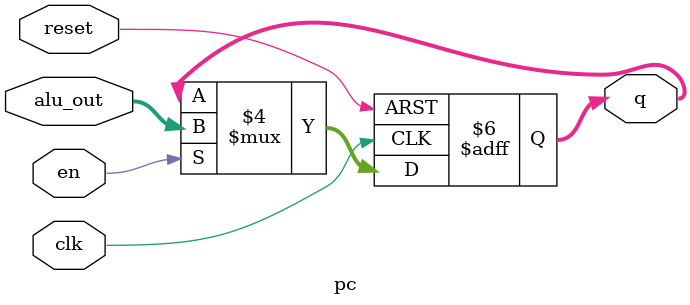
<source format=v>

module pc(
        input wire [15:0] alu_out,
        input wire en,
        input wire clk,
        input wire reset,
        output reg [15:0] q
    );





    always @(posedge clk or negedge reset) begin
        if(reset == 1'b0) begin
            q <= 16'b0000000000000000;
        end else begin
            if(en == 1'b1) begin
                q <= alu_out;
            end
        end
    end


endmodule

</source>
